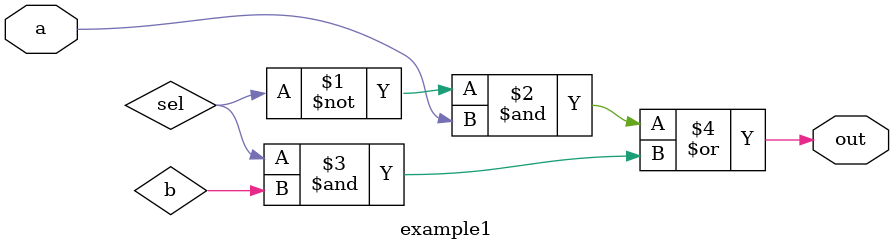
<source format=sv>
module example1(a,out);

	input a;
	output out;
	
	assign out = ((~sel)&a)|(sel&b);
	
endmodule
</source>
